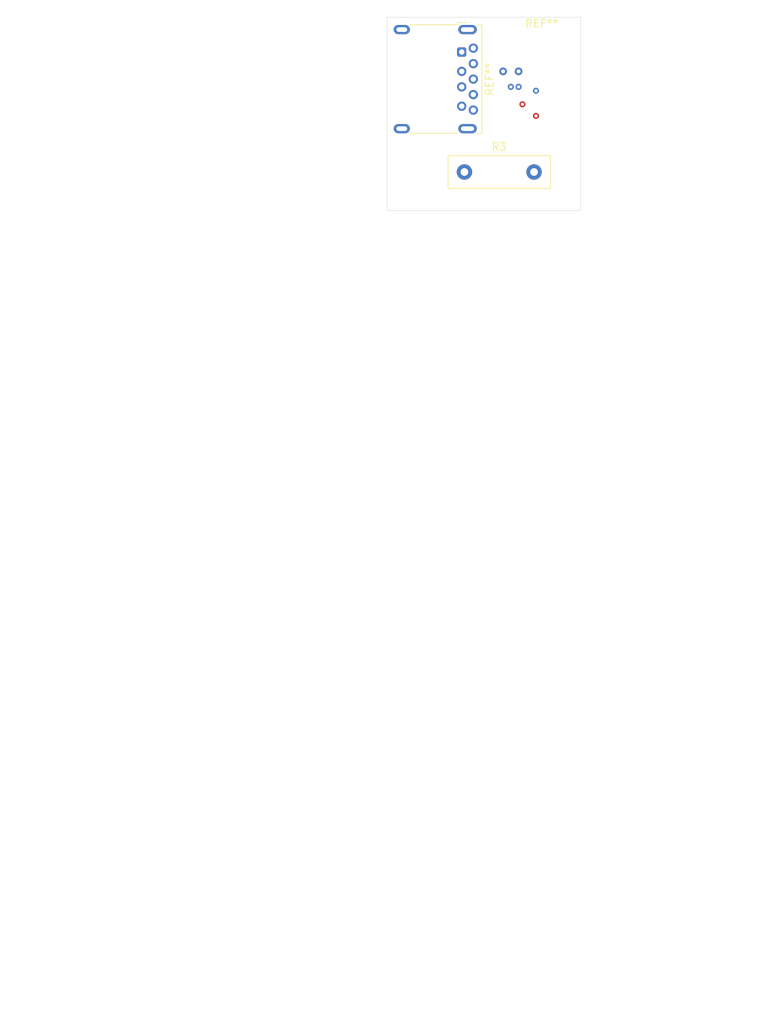
<source format=kicad_pcb>
(kicad_pcb (version 20241229) (generator "pcbnew") (generator_version "9.0")
  (layers (0 "F.Cu" signal) (4 "In1.Cu" signal "El1") (6 "In2.Cu" signal) (2 "B.Cu" signal) (13 "F.Paste" user) (15 "B.Paste" user) (5 "F.SilkS" user "F.Silkscreen") (7 "B.SilkS" user "B.Silkscreen") (1 "F.Mask" user) (3 "B.Mask" user) (25 "Edge.Cuts" user))
  (net 0 "")
  (footprint "Resistor_THT:R_Box_L13.0mm_W4.0mm_P9.00mm" (layer "F.Cu") (at 110 45)
    (property "Reference" "R3" (at 4.5 -3.25 0) (layer "F.SilkS"))
    (property "Value" "R_Box_L13.0mm_W4.0mm_P9.00mm")
    (fp_line (start -2.12 -2.12) (end -2.12 2.12) (stroke (width 0.12)) (layer "F.SilkS"))
    (fp_line (start -2.12 -2.12) (end 11.12 -2.12) (stroke (width 0.12)) (layer "F.SilkS"))
    (fp_line (start -2.12 2.12) (end 11.12 2.12) (stroke (width 0.12)) (layer "F.SilkS"))
    (fp_line (start 11.12 -2.12) (end 11.12 2.12) (stroke (width 0.12)) (layer "F.SilkS"))
    (pad "1" thru_hole circle (at 0 0) (size 2 2) (drill 1) (layers "*.Cu" "*.Mask"))
    (pad "2" thru_hole circle (at 9 0) (size 2 2) (drill 1) (layers "*.Cu" "*.Mask"))
  )
  (footprint "MountingHole:MountingHole_2.1mm" (layer "F.Cu") (at 120 29)
    (property "Reference" "REF**" (at 0 -3.2 0) (layer "F.SilkS"))
    (property "Value" "MountingHole_2.1mm")
    (pad "" np_thru_hole circle (at 0 0) (size 2.1 2.1) (drill 2.1) (layers "*.Cu" "*.Mask"))
  )
  (footprint "Connector_USB:USB3_A_Molex_48393-001" (layer "F.Cu") (at 109.65 29.500001 -90)
    (property "Reference" "REF**" (at 3.5 -3.6 90) (layer "F.SilkS"))
    (property "Value" "USB3_A_Molex_48393-001")
    (fp_line (start -3.51 6.65) (end -3.51 0.5) (stroke (width 0.12)) (layer "F.SilkS"))
    (fp_line (start 10.51 6.65) (end 10.51 0.5) (stroke (width 0.12)) (layer "F.SilkS"))
    (fp_line (start -3.8 -0.6) (end -3.8 0.6) (stroke (width 0.12)) (layer "F.SilkS"))
    (fp_line (start -3.51 -2.61) (end -3.51 -2) (stroke (width 0.12)) (layer "F.SilkS"))
    (fp_line (start -3.51 -2.61) (end 10.51 -2.61) (stroke (width 0.12)) (layer "F.SilkS"))
    (fp_line (start 10.51 -2.61) (end 10.51 -2) (stroke (width 0.12)) (layer "F.SilkS"))
    (pad "1" thru_hole roundrect (at 0 0 270) (size 1.2 1.2) (drill 0.7) (layers "*.Cu" "*.Mask") (roundrect_rratio 0.2083333333))
    (pad "2" thru_hole circle (at 2.5 0 270) (size 1.2 1.2) (drill 0.7) (layers "*.Cu" "*.Mask"))
    (pad "3" thru_hole circle (at 4.500001 0 270) (size 1.2 1.2) (drill 0.7) (layers "*.Cu" "*.Mask"))
    (pad "4" thru_hole circle (at 6.999999 0 270) (size 1.2 1.2) (drill 0.7) (layers "*.Cu" "*.Mask"))
    (pad "5" thru_hole circle (at 7.5 -1.5 270) (size 1.2 1.2) (drill 0.7) (layers "*.Cu" "*.Mask"))
    (pad "6" thru_hole circle (at 5.5 -1.5 270) (size 1.2 1.2) (drill 0.7) (layers "*.Cu" "*.Mask"))
    (pad "7" thru_hole circle (at 3.5 -1.5 270) (size 1.2 1.2) (drill 0.7) (layers "*.Cu" "*.Mask"))
    (pad "8" thru_hole circle (at 1.5 -1.5 270) (size 1.2 1.2) (drill 0.7) (layers "*.Cu" "*.Mask"))
    (pad "9" thru_hole circle (at -0.5 -1.5 270) (size 1.2 1.2) (drill 0.7) (layers "*.Cu" "*.Mask"))
    (pad "10" thru_hole oval (at -2.9 -0.75 270) (size 1.2 2.4) (drill oval 0.6 1.7) (layers "*.Cu" "*.Mask"))
    (pad "10" thru_hole oval (at -2.9 7.75 270) (size 1.2 2.1) (drill oval 0.6 1.4) (layers "*.Cu" "*.Mask"))
    (pad "10" thru_hole oval (at 9.9 -0.75 270) (size 1.2 2.4) (drill oval 0.6 1.7) (layers "*.Cu" "*.Mask"))
    (pad "10" thru_hole oval (at 9.900001 7.75 270) (size 1.2 2.1) (drill oval 0.6 1.4) (layers "*.Cu" "*.Mask"))
  )
  (gr_line (start 100 25) (end 100 50) (stroke (width 0.05)) (layer "Edge.Cuts"))
  (gr_line (start 125 25) (end 125 50) (stroke (width 0.05)) (layer "Edge.Cuts"))
  (gr_line (start 100 25) (end 125 25) (stroke (width 0.05)) (layer "Edge.Cuts"))
  (gr_line (start 100 50) (end 125 50) (stroke (width 0.05)) (layer "Edge.Cuts"))
  (via (at 115 32) (size 1) (drill 0.5) (layers "F.Cu" "B.Cu") (net 0))
  (via (at 116 34) (size 0.8) (drill 0.4) (layers "F.Cu" "B.Cu") (net 0))
  (via (at 117 34) (size 0.8) (drill 0.4) (layers "F.Cu" "B.Cu") (net 0))
  (via blind (at 119.25 37.75) (size 0.8) (drill 0.4) (layers "F.Cu" "In1.Cu") (net 0))
  (via blind (at 117.5 36.25) (size 0.8) (drill 0.4) (layers "F.Cu" "In2.Cu") (net 0))
  (via (at 117 32) (size 1) (drill 0.5) (layers "F.Cu" "B.Cu") (net 0))
  (via blind (at 119.25 34.5) (size 0.8) (drill 0.4) (layers "In2.Cu" "B.Cu") (net 0))
)
</source>
